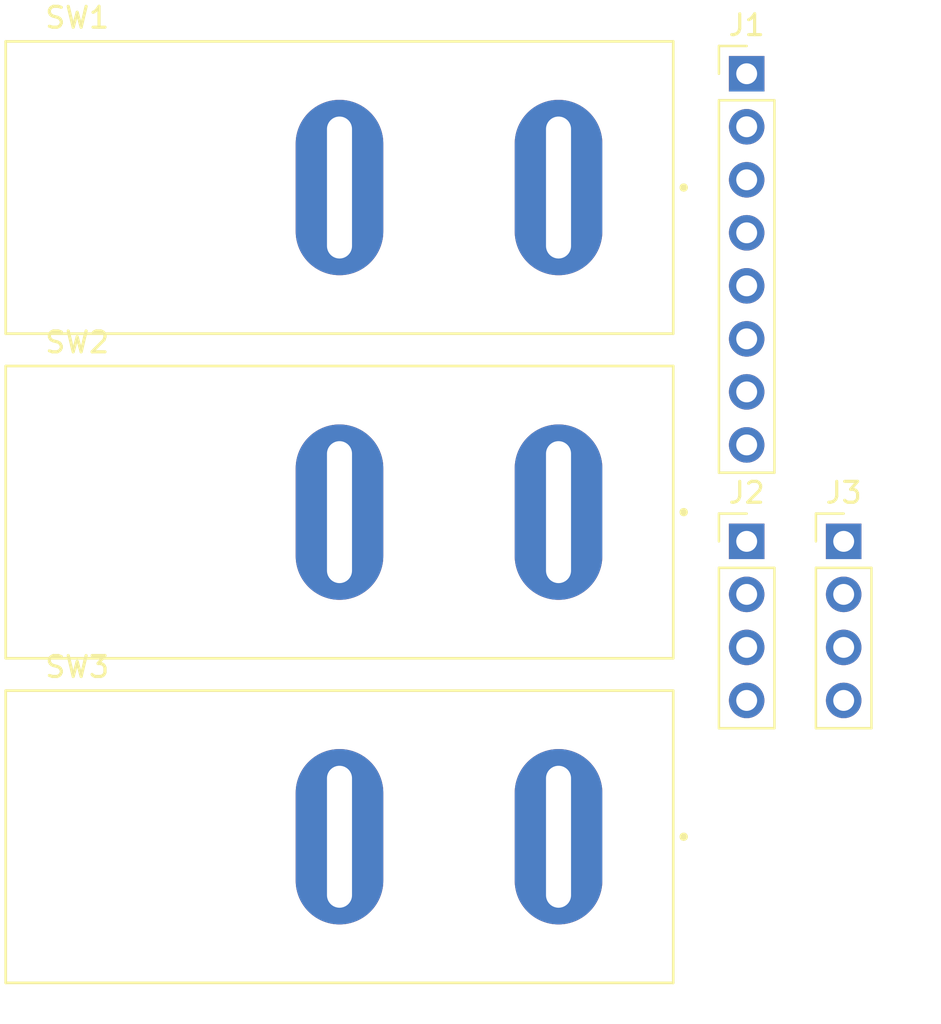
<source format=kicad_pcb>
(kicad_pcb (version 20240108) (generator "pcbnew") (generator_version "8.0")
  (layers (0 "F.Cu" signal) (31 "B.Cu" signal) (34 "B.Paste" user) (35 "F.Paste" user) (36 "B.SilkS" user "B.Silkscreen") (37 "F.SilkS" user "F.Silkscreen") (38 "B.Mask" user) (39 "F.Mask" user) (44 "Edge.Cuts" user))
  (net 0 "")
  (net 1 "/GND")
  (net 2 "/LB")
  (net 3 "/EN")
  (net 4 "/5V")
  (net 5 "/USB")
  (net 6 "/Bat")
  (net 7 "/LEDR")
  (net 8 "/LEDG")
  (net 9 "/LEDB")
  (footprint "RB141C1100:SW_RB141C1100" (layer "F.Cu") (at 133.83 82.48)
    (property "Reference" "SW2" (at -12.575 -8.135 0) (layer "F.SilkS"))
    (property "Value" "SW_SPST")
    (fp_line (start -16 -7) (end -16 7) (stroke (width 0.127)) (layer "F.SilkS"))
    (fp_line (start -16 7) (end 16 7) (stroke (width 0.127)) (layer "F.SilkS"))
    (fp_line (start 16 -7) (end -16 -7) (stroke (width 0.127)) (layer "F.SilkS"))
    (fp_line (start 16 7) (end 16 -7) (stroke (width 0.127)) (layer "F.SilkS"))
    (fp_circle (center 16.5 0) (end 16.6 0) (stroke (width 0.2)) (fill none) (layer "F.SilkS"))
    (pad "1" thru_hole oval (at 10.5 0) (size 4.2 8.4) (drill oval 1.2 6.8) (layers "*.Cu" "*.Mask") (net 1 "/GND"))
    (pad "2" thru_hole oval (at 0 0) (size 4.2 8.4) (drill oval 1.2 6.8) (layers "*.Cu" "*.Mask"))
  )
  (footprint "RB141C1100:SW_RB141C1100" (layer "F.Cu") (at 133.83 66.93)
    (property "Reference" "SW1" (at -12.575 -8.135 0) (layer "F.SilkS"))
    (property "Value" "SW_SPST")
    (fp_line (start -16 -7) (end -16 7) (stroke (width 0.127)) (layer "F.SilkS"))
    (fp_line (start -16 7) (end 16 7) (stroke (width 0.127)) (layer "F.SilkS"))
    (fp_line (start 16 -7) (end -16 -7) (stroke (width 0.127)) (layer "F.SilkS"))
    (fp_line (start 16 7) (end 16 -7) (stroke (width 0.127)) (layer "F.SilkS"))
    (fp_circle (center 16.5 0) (end 16.6 0) (stroke (width 0.2)) (fill none) (layer "F.SilkS"))
    (pad "1" thru_hole oval (at 10.5 0) (size 4.2 8.4) (drill oval 1.2 6.8) (layers "*.Cu" "*.Mask") (net 3 "/EN"))
    (pad "2" thru_hole oval (at 0 0) (size 4.2 8.4) (drill oval 1.2 6.8) (layers "*.Cu" "*.Mask"))
  )
  (footprint "Connector_PinHeader_2.54mm:PinHeader_1x04_P2.54mm_Vertical" (layer "F.Cu") (at 158 83.88)
    (property "Reference" "J3" (at 0 -2.33 0) (layer "F.SilkS"))
    (property "Value" "Conn_01x04")
    (fp_line (start -1.33 -1.33) (end 0 -1.33) (stroke (width 0.12)) (layer "F.SilkS"))
    (fp_line (start -1.33 0) (end -1.33 -1.33) (stroke (width 0.12)) (layer "F.SilkS"))
    (fp_line (start -1.33 1.27) (end -1.33 8.95) (stroke (width 0.12)) (layer "F.SilkS"))
    (fp_line (start -1.33 1.27) (end 1.33 1.27) (stroke (width 0.12)) (layer "F.SilkS"))
    (fp_line (start -1.33 8.95) (end 1.33 8.95) (stroke (width 0.12)) (layer "F.SilkS"))
    (fp_line (start 1.33 1.27) (end 1.33 8.95) (stroke (width 0.12)) (layer "F.SilkS"))
    (pad "1" thru_hole rect (at 0 0) (size 1.7 1.7) (drill 1) (layers "*.Cu" "*.Mask") (net 4 "/5V"))
    (pad "2" thru_hole oval (at 0 2.54) (size 1.7 1.7) (drill 1) (layers "*.Cu" "*.Mask") (net 8 "/LEDG"))
    (pad "3" thru_hole oval (at 0 5.08) (size 1.7 1.7) (drill 1) (layers "*.Cu" "*.Mask") (net 7 "/LEDR"))
    (pad "4" thru_hole oval (at 0 7.62) (size 1.7 1.7) (drill 1) (layers "*.Cu" "*.Mask") (net 9 "/LEDB"))
  )
  (footprint "Connector_PinHeader_2.54mm:PinHeader_1x08_P2.54mm_Vertical" (layer "F.Cu") (at 153.35 61.48)
    (property "Reference" "J1" (at 0 -2.33 0) (layer "F.SilkS"))
    (property "Value" "Conn_01x08")
    (fp_line (start -1.33 -1.33) (end 0 -1.33) (stroke (width 0.12)) (layer "F.SilkS"))
    (fp_line (start -1.33 0) (end -1.33 -1.33) (stroke (width 0.12)) (layer "F.SilkS"))
    (fp_line (start -1.33 1.27) (end -1.33 19.11) (stroke (width 0.12)) (layer "F.SilkS"))
    (fp_line (start -1.33 1.27) (end 1.33 1.27) (stroke (width 0.12)) (layer "F.SilkS"))
    (fp_line (start -1.33 19.11) (end 1.33 19.11) (stroke (width 0.12)) (layer "F.SilkS"))
    (fp_line (start 1.33 1.27) (end 1.33 19.11) (stroke (width 0.12)) (layer "F.SilkS"))
    (pad "1" thru_hole rect (at 0 0) (size 1.7 1.7) (drill 1) (layers "*.Cu" "*.Mask") (net 5 "/USB"))
    (pad "2" thru_hole oval (at 0 2.54) (size 1.7 1.7) (drill 1) (layers "*.Cu" "*.Mask") (net 1 "/GND"))
    (pad "3" thru_hole oval (at 0 5.08) (size 1.7 1.7) (drill 1) (layers "*.Cu" "*.Mask") (net 6 "/Bat"))
    (pad "4" thru_hole oval (at 0 7.62) (size 1.7 1.7) (drill 1) (layers "*.Cu" "*.Mask") (net 3 "/EN"))
    (pad "5" thru_hole oval (at 0 10.16) (size 1.7 1.7) (drill 1) (layers "*.Cu" "*.Mask") (net 1 "/GND"))
    (pad "6" thru_hole oval (at 0 12.7) (size 1.7 1.7) (drill 1) (layers "*.Cu" "*.Mask") (net 2 "/LB"))
    (pad "7" thru_hole oval (at 0 15.24) (size 1.7 1.7) (drill 1) (layers "*.Cu" "*.Mask") (net 1 "/GND"))
    (pad "8" thru_hole oval (at 0 17.78) (size 1.7 1.7) (drill 1) (layers "*.Cu" "*.Mask") (net 4 "/5V"))
  )
  (footprint "Connector_PinHeader_2.54mm:PinHeader_1x04_P2.54mm_Vertical" (layer "F.Cu") (at 153.35 83.88)
    (property "Reference" "J2" (at 0 -2.33 0) (layer "F.SilkS"))
    (property "Value" "Conn_01x04")
    (fp_line (start -1.33 -1.33) (end 0 -1.33) (stroke (width 0.12)) (layer "F.SilkS"))
    (fp_line (start -1.33 0) (end -1.33 -1.33) (stroke (width 0.12)) (layer "F.SilkS"))
    (fp_line (start -1.33 1.27) (end -1.33 8.95) (stroke (width 0.12)) (layer "F.SilkS"))
    (fp_line (start -1.33 1.27) (end 1.33 1.27) (stroke (width 0.12)) (layer "F.SilkS"))
    (fp_line (start -1.33 8.95) (end 1.33 8.95) (stroke (width 0.12)) (layer "F.SilkS"))
    (fp_line (start 1.33 1.27) (end 1.33 8.95) (stroke (width 0.12)) (layer "F.SilkS"))
    (pad "1" thru_hole rect (at 0 0) (size 1.7 1.7) (drill 1) (layers "*.Cu" "*.Mask") (net 4 "/5V"))
    (pad "2" thru_hole oval (at 0 2.54) (size 1.7 1.7) (drill 1) (layers "*.Cu" "*.Mask") (net 8 "/LEDG"))
    (pad "3" thru_hole oval (at 0 5.08) (size 1.7 1.7) (drill 1) (layers "*.Cu" "*.Mask") (net 7 "/LEDR"))
    (pad "4" thru_hole oval (at 0 7.62) (size 1.7 1.7) (drill 1) (layers "*.Cu" "*.Mask") (net 9 "/LEDB"))
  )
  (footprint "RB141C1100:SW_RB141C1100" (layer "F.Cu") (at 133.83 98.03)
    (property "Reference" "SW3" (at -12.575 -8.135 0) (layer "F.SilkS"))
    (property "Value" "SW_SPST")
    (fp_line (start -16 -7) (end -16 7) (stroke (width 0.127)) (layer "F.SilkS"))
    (fp_line (start -16 7) (end 16 7) (stroke (width 0.127)) (layer "F.SilkS"))
    (fp_line (start 16 -7) (end -16 -7) (stroke (width 0.127)) (layer "F.SilkS"))
    (fp_line (start 16 7) (end 16 -7) (stroke (width 0.127)) (layer "F.SilkS"))
    (fp_circle (center 16.5 0) (end 16.6 0) (stroke (width 0.2)) (fill none) (layer "F.SilkS"))
    (pad "1" thru_hole oval (at 10.5 0) (size 4.2 8.4) (drill oval 1.2 6.8) (layers "*.Cu" "*.Mask") (net 1 "/GND"))
    (pad "2" thru_hole oval (at 0 0) (size 4.2 8.4) (drill oval 1.2 6.8) (layers "*.Cu" "*.Mask"))
  )
)
</source>
